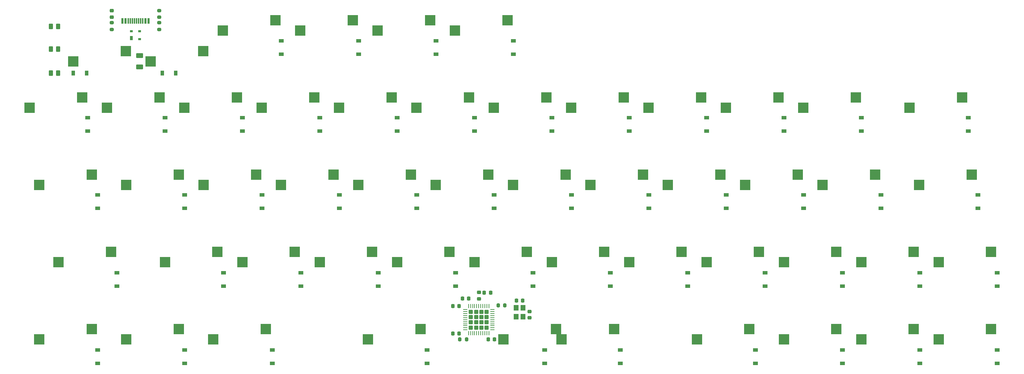
<source format=gbr>
%TF.GenerationSoftware,KiCad,Pcbnew,(6.0.0)*%
%TF.CreationDate,2022-02-04T02:04:47-08:00*%
%TF.ProjectId,Memoria,4d656d6f-7269-4612-9e6b-696361645f70,rev?*%
%TF.SameCoordinates,Original*%
%TF.FileFunction,Paste,Bot*%
%TF.FilePolarity,Positive*%
%FSLAX46Y46*%
G04 Gerber Fmt 4.6, Leading zero omitted, Abs format (unit mm)*
G04 Created by KiCad (PCBNEW (6.0.0)) date 2022-02-04 02:04:47*
%MOMM*%
%LPD*%
G01*
G04 APERTURE LIST*
G04 Aperture macros list*
%AMRoundRect*
0 Rectangle with rounded corners*
0 $1 Rounding radius*
0 $2 $3 $4 $5 $6 $7 $8 $9 X,Y pos of 4 corners*
0 Add a 4 corners polygon primitive as box body*
4,1,4,$2,$3,$4,$5,$6,$7,$8,$9,$2,$3,0*
0 Add four circle primitives for the rounded corners*
1,1,$1+$1,$2,$3*
1,1,$1+$1,$4,$5*
1,1,$1+$1,$6,$7*
1,1,$1+$1,$8,$9*
0 Add four rect primitives between the rounded corners*
20,1,$1+$1,$2,$3,$4,$5,0*
20,1,$1+$1,$4,$5,$6,$7,0*
20,1,$1+$1,$6,$7,$8,$9,0*
20,1,$1+$1,$8,$9,$2,$3,0*%
G04 Aperture macros list end*
%ADD10R,2.550000X2.500000*%
%ADD11R,1.200000X0.900000*%
%ADD12R,0.900000X1.200000*%
%ADD13RoundRect,0.225000X-0.250000X0.225000X-0.250000X-0.225000X0.250000X-0.225000X0.250000X0.225000X0*%
%ADD14RoundRect,0.200000X-0.275000X0.200000X-0.275000X-0.200000X0.275000X-0.200000X0.275000X0.200000X0*%
%ADD15R,1.200000X1.400000*%
%ADD16RoundRect,0.225000X-0.225000X-0.250000X0.225000X-0.250000X0.225000X0.250000X-0.225000X0.250000X0*%
%ADD17RoundRect,0.200000X0.275000X-0.200000X0.275000X0.200000X-0.275000X0.200000X-0.275000X-0.200000X0*%
%ADD18RoundRect,0.250000X-0.262500X-0.450000X0.262500X-0.450000X0.262500X0.450000X-0.262500X0.450000X0*%
%ADD19RoundRect,0.225000X0.225000X0.250000X-0.225000X0.250000X-0.225000X-0.250000X0.225000X-0.250000X0*%
%ADD20R,0.600000X1.450000*%
%ADD21R,0.300000X1.450000*%
%ADD22RoundRect,0.250000X-0.275000X0.275000X-0.275000X-0.275000X0.275000X-0.275000X0.275000X0.275000X0*%
%ADD23RoundRect,0.062500X-0.062500X0.475000X-0.062500X-0.475000X0.062500X-0.475000X0.062500X0.475000X0*%
%ADD24RoundRect,0.062500X-0.475000X0.062500X-0.475000X-0.062500X0.475000X-0.062500X0.475000X0.062500X0*%
%ADD25RoundRect,0.200000X0.200000X0.275000X-0.200000X0.275000X-0.200000X-0.275000X0.200000X-0.275000X0*%
%ADD26RoundRect,0.200000X-0.200000X-0.275000X0.200000X-0.275000X0.200000X0.275000X-0.200000X0.275000X0*%
%ADD27R,0.700000X1.000000*%
%ADD28R,0.700000X0.600000*%
%ADD29RoundRect,0.250000X-0.625000X0.375000X-0.625000X-0.375000X0.625000X-0.375000X0.625000X0.375000X0*%
G04 APERTURE END LIST*
D10*
%TO.C,MX3-3*%
X97690000Y-92710000D03*
X110617000Y-90170000D03*
%TD*%
%TO.C,MX3-10*%
X231040000Y-92710000D03*
X243967000Y-90170000D03*
%TD*%
%TO.C,MX3-11*%
X250090000Y-92710000D03*
X263017000Y-90170000D03*
%TD*%
%TO.C,MX2-0*%
X28633750Y-73660000D03*
X41560750Y-71120000D03*
%TD*%
%TO.C,MX4-2*%
X71496250Y-111760000D03*
X84423250Y-109220000D03*
%TD*%
%TO.C,MX1-10*%
X216752500Y-54610000D03*
X229679500Y-52070000D03*
%TD*%
%TO.C,MX3-8*%
X192940000Y-92710000D03*
X205867000Y-90170000D03*
%TD*%
%TO.C,MX1-6*%
X140552500Y-54610000D03*
X153479500Y-52070000D03*
%TD*%
%TO.C,MX2-6*%
X145315000Y-73660000D03*
X158242000Y-71120000D03*
%TD*%
%TO.C,MX0-4*%
X111977500Y-35560000D03*
X124904500Y-33020000D03*
%TD*%
%TO.C,MX0-3*%
X92927500Y-35560000D03*
X105854500Y-33020000D03*
%TD*%
%TO.C,MX3-4*%
X116740000Y-92710000D03*
X129667000Y-90170000D03*
%TD*%
%TO.C,MX0-0*%
X49947500Y-40640000D03*
X37020500Y-43180000D03*
%TD*%
%TO.C,MX2-8*%
X183415000Y-73660000D03*
X196342000Y-71120000D03*
%TD*%
%TO.C,MX2-10*%
X221515000Y-73660000D03*
X234442000Y-71120000D03*
%TD*%
%TO.C,MX0-5*%
X131027500Y-35560000D03*
X143954500Y-33020000D03*
%TD*%
%TO.C,MX0-1*%
X68997500Y-40640000D03*
X56070500Y-43180000D03*
%TD*%
%TO.C,MX2-2*%
X69115000Y-73660000D03*
X82042000Y-71120000D03*
%TD*%
%TO.C,MX1-8*%
X178652500Y-54610000D03*
X191579500Y-52070000D03*
%TD*%
%TO.C,MX3-7*%
X173890000Y-92710000D03*
X186817000Y-90170000D03*
%TD*%
%TO.C,MX3-0*%
X33396250Y-92710000D03*
X46323250Y-90170000D03*
%TD*%
%TO.C,MX2-1*%
X50065000Y-73660000D03*
X62992000Y-71120000D03*
%TD*%
%TO.C,MX1-2*%
X64352500Y-54610000D03*
X77279500Y-52070000D03*
%TD*%
%TO.C,MX2-3*%
X88165000Y-73660000D03*
X101092000Y-71120000D03*
%TD*%
%TO.C,MX4-11*%
X250090000Y-111760000D03*
X263017000Y-109220000D03*
%TD*%
%TO.C,MX2-7*%
X164365000Y-73660000D03*
X177292000Y-71120000D03*
%TD*%
%TO.C,MX1-1*%
X45302500Y-54610000D03*
X58229500Y-52070000D03*
%TD*%
%TO.C,MX3-1*%
X59590000Y-92710000D03*
X72517000Y-90170000D03*
%TD*%
%TO.C,MX1-0*%
X26252500Y-54610000D03*
X39179500Y-52070000D03*
%TD*%
%TO.C,MX3-9*%
X211990000Y-92710000D03*
X224917000Y-90170000D03*
%TD*%
%TO.C,MX2-9*%
X202465000Y-73660000D03*
X215392000Y-71120000D03*
%TD*%
%TO.C,MX3-6*%
X154840000Y-92710000D03*
X167767000Y-90170000D03*
%TD*%
%TO.C,MX2-4*%
X107215000Y-73660000D03*
X120142000Y-71120000D03*
%TD*%
%TO.C,MX3-5*%
X135790000Y-92710000D03*
X148717000Y-90170000D03*
%TD*%
%TO.C,MX1-9*%
X197702500Y-54610000D03*
X210629500Y-52070000D03*
%TD*%
%TO.C,MX1-4*%
X102452500Y-54610000D03*
X115379500Y-52070000D03*
%TD*%
%TO.C,MX1-5*%
X121502500Y-54610000D03*
X134429500Y-52070000D03*
%TD*%
%TO.C,MX1-11*%
X242946250Y-54610000D03*
X255873250Y-52070000D03*
%TD*%
%TO.C,MX4-10*%
X231040000Y-111760000D03*
X243967000Y-109220000D03*
%TD*%
%TO.C,MX4-0*%
X28633750Y-111760000D03*
X41560750Y-109220000D03*
%TD*%
%TO.C,MX4-1*%
X50065000Y-111760000D03*
X62992000Y-109220000D03*
%TD*%
%TO.C,MX4-9*%
X211990000Y-111760000D03*
X224917000Y-109220000D03*
%TD*%
%TO.C,MX4-6+Minisub1*%
X157221250Y-111760000D03*
X170148250Y-109220000D03*
%TD*%
%TO.C,MX0-2*%
X73877500Y-35560000D03*
X86804500Y-33020000D03*
%TD*%
%TO.C,MX2-5*%
X126265000Y-73660000D03*
X139192000Y-71120000D03*
%TD*%
%TO.C,MX3-2*%
X78640000Y-92710000D03*
X91567000Y-90170000D03*
%TD*%
%TO.C,MX2-11*%
X245327500Y-73660000D03*
X258254500Y-71120000D03*
%TD*%
%TO.C,MX4-4+Minisub1*%
X109596250Y-111760000D03*
X122523250Y-109220000D03*
%TD*%
%TO.C,MX4-8+Minisub1*%
X190558750Y-111760000D03*
X203485750Y-109220000D03*
%TD*%
%TO.C,MX1-3*%
X83402500Y-54610000D03*
X96329500Y-52070000D03*
%TD*%
%TO.C,MX4-5+Jetvan1*%
X142933750Y-111760000D03*
X155860750Y-109220000D03*
%TD*%
%TO.C,MX1-7*%
X159602500Y-54610000D03*
X172529500Y-52070000D03*
%TD*%
D11*
%TO.C,D2-6*%
X159650000Y-79450000D03*
X159650000Y-76150000D03*
%TD*%
D12*
%TO.C,D0-0*%
X40320000Y-46101000D03*
X37020000Y-46101000D03*
%TD*%
D11*
%TO.C,D4-5*%
X153125000Y-117700000D03*
X153125000Y-114400000D03*
%TD*%
%TO.C,D3-0*%
X47800000Y-98650000D03*
X47800000Y-95350000D03*
%TD*%
%TO.C,D2-4*%
X121550000Y-79450000D03*
X121550000Y-76150000D03*
%TD*%
%TO.C,D3-9*%
X226400000Y-98650000D03*
X226400000Y-95350000D03*
%TD*%
D13*
%TO.C,C8*%
X149350000Y-106475000D03*
X149350000Y-104925000D03*
%TD*%
D11*
%TO.C,D3-7*%
X188300000Y-98650000D03*
X188300000Y-95350000D03*
%TD*%
D14*
%TO.C,R5*%
X58150000Y-30675000D03*
X58150000Y-32325000D03*
%TD*%
D11*
%TO.C,D3-10*%
X245450000Y-98650000D03*
X245450000Y-95350000D03*
%TD*%
%TO.C,D2-2*%
X83450000Y-79450000D03*
X83450000Y-76150000D03*
%TD*%
%TO.C,D1-5*%
X135850000Y-60400000D03*
X135850000Y-57100000D03*
%TD*%
%TO.C,D4-4*%
X124100000Y-117700000D03*
X124100000Y-114400000D03*
%TD*%
%TO.C,D4-6*%
X171750000Y-117700000D03*
X171750000Y-114400000D03*
%TD*%
D15*
%TO.C,Y1*%
X146075000Y-106174450D03*
X146075000Y-103974450D03*
X147775000Y-103974450D03*
X147775000Y-106174450D03*
%TD*%
D11*
%TO.C,D4-10*%
X245450000Y-117700000D03*
X245450000Y-114400000D03*
%TD*%
D13*
%TO.C,C7*%
X46500000Y-30725000D03*
X46500000Y-32275000D03*
%TD*%
D11*
%TO.C,D2-10*%
X235850000Y-79450000D03*
X235850000Y-76150000D03*
%TD*%
D13*
%TO.C,C1*%
X136912500Y-100225000D03*
X136912500Y-101775000D03*
%TD*%
D11*
%TO.C,D4-9*%
X226400000Y-117700000D03*
X226400000Y-114400000D03*
%TD*%
%TO.C,D4-8*%
X205000000Y-117700000D03*
X205000000Y-114400000D03*
%TD*%
%TO.C,D3-11*%
X264500000Y-98650000D03*
X264500000Y-95350000D03*
%TD*%
%TO.C,D1-1*%
X59650000Y-60400000D03*
X59650000Y-57100000D03*
%TD*%
%TO.C,D2-3*%
X102500000Y-79450000D03*
X102500000Y-76150000D03*
%TD*%
%TO.C,D2-9*%
X216800000Y-79450000D03*
X216800000Y-76150000D03*
%TD*%
%TO.C,D1-8*%
X193000000Y-60400000D03*
X193000000Y-57100000D03*
%TD*%
%TO.C,D3-5*%
X150200000Y-98650000D03*
X150200000Y-95350000D03*
%TD*%
%TO.C,D1-6*%
X154900000Y-60400000D03*
X154900000Y-57100000D03*
%TD*%
D16*
%TO.C,C4*%
X139175000Y-111800000D03*
X140725000Y-111800000D03*
%TD*%
D11*
%TO.C,D4-0*%
X43000000Y-117700000D03*
X43000000Y-114400000D03*
%TD*%
%TO.C,D1-10*%
X231100000Y-60400000D03*
X231100000Y-57100000D03*
%TD*%
D17*
%TO.C,R2*%
X46500000Y-35325000D03*
X46500000Y-33675000D03*
%TD*%
D11*
%TO.C,D1-3*%
X97750000Y-60400000D03*
X97750000Y-57100000D03*
%TD*%
%TO.C,D1-7*%
X173950000Y-60400000D03*
X173950000Y-57100000D03*
%TD*%
%TO.C,D2-7*%
X178700000Y-79450000D03*
X178700000Y-76150000D03*
%TD*%
%TO.C,D2-0*%
X43000000Y-79450000D03*
X43000000Y-76150000D03*
%TD*%
%TO.C,D3-3*%
X112100000Y-98650000D03*
X112100000Y-95350000D03*
%TD*%
%TO.C,D3-1*%
X74000000Y-98650000D03*
X74000000Y-95350000D03*
%TD*%
D18*
%TO.C,R11*%
X31472500Y-34544000D03*
X33297500Y-34544000D03*
%TD*%
D11*
%TO.C,D4-11*%
X264500000Y-117700000D03*
X264500000Y-114400000D03*
%TD*%
%TO.C,D0-3*%
X107250000Y-41400000D03*
X107250000Y-38100000D03*
%TD*%
%TO.C,D2-1*%
X64400000Y-79450000D03*
X64400000Y-76150000D03*
%TD*%
D12*
%TO.C,D0-1*%
X58940000Y-46100000D03*
X62240000Y-46100000D03*
%TD*%
D11*
%TO.C,D0-5*%
X145350000Y-41400000D03*
X145350000Y-38100000D03*
%TD*%
D18*
%TO.C,R13*%
X31472500Y-46101000D03*
X33297500Y-46101000D03*
%TD*%
D11*
%TO.C,D3-2*%
X93050000Y-98650000D03*
X93050000Y-95350000D03*
%TD*%
%TO.C,D1-9*%
X212050000Y-60400000D03*
X212050000Y-57100000D03*
%TD*%
D19*
%TO.C,C5*%
X132025000Y-103550000D03*
X130475000Y-103550000D03*
%TD*%
D20*
%TO.C,USB1*%
X49099000Y-33222000D03*
X49874000Y-33222000D03*
D21*
X50574000Y-33222000D03*
X51074000Y-33222000D03*
X51574000Y-33222000D03*
X52074000Y-33222000D03*
X52574000Y-33222000D03*
X53074000Y-33222000D03*
X53574000Y-33222000D03*
X54074000Y-33222000D03*
D20*
X54774000Y-33222000D03*
X55549000Y-33222000D03*
%TD*%
D11*
%TO.C,D1-11*%
X257412500Y-60400000D03*
X257412500Y-57100000D03*
%TD*%
%TO.C,D1-0*%
X40600000Y-60400000D03*
X40600000Y-57100000D03*
%TD*%
D19*
%TO.C,C6*%
X134375000Y-101700000D03*
X132825000Y-101700000D03*
%TD*%
D22*
%TO.C,U2*%
X137500000Y-105000000D03*
X138800000Y-106300000D03*
X138800000Y-108900000D03*
X138800000Y-107600000D03*
X136200000Y-106300000D03*
X138800000Y-105000000D03*
X137500000Y-107600000D03*
X136200000Y-108900000D03*
X137500000Y-108900000D03*
X136200000Y-107600000D03*
X134900000Y-106300000D03*
X134900000Y-105000000D03*
X136200000Y-105000000D03*
X134900000Y-108900000D03*
X137500000Y-106300000D03*
X134900000Y-107600000D03*
D23*
X134350000Y-103612500D03*
X134850000Y-103612500D03*
X135350000Y-103612500D03*
X135850000Y-103612500D03*
X136350000Y-103612500D03*
X136850000Y-103612500D03*
X137350000Y-103612500D03*
X137850000Y-103612500D03*
X138350000Y-103612500D03*
X138850000Y-103612500D03*
X139350000Y-103612500D03*
D24*
X140187500Y-104450000D03*
X140187500Y-104950000D03*
X140187500Y-105450000D03*
X140187500Y-105950000D03*
X140187500Y-106450000D03*
X140187500Y-106950000D03*
X140187500Y-107450000D03*
X140187500Y-107950000D03*
X140187500Y-108450000D03*
X140187500Y-108950000D03*
X140187500Y-109450000D03*
D23*
X139350000Y-110287500D03*
X138850000Y-110287500D03*
X138350000Y-110287500D03*
X137850000Y-110287500D03*
X137350000Y-110287500D03*
X136850000Y-110287500D03*
X136350000Y-110287500D03*
X135850000Y-110287500D03*
X135350000Y-110287500D03*
X134850000Y-110287500D03*
X134350000Y-110287500D03*
D24*
X133512500Y-109450000D03*
X133512500Y-108950000D03*
X133512500Y-108450000D03*
X133512500Y-107950000D03*
X133512500Y-107450000D03*
X133512500Y-106950000D03*
X133512500Y-106450000D03*
X133512500Y-105950000D03*
X133512500Y-105450000D03*
X133512500Y-104950000D03*
X133512500Y-104450000D03*
%TD*%
D11*
%TO.C,D1-4*%
X116800000Y-60400000D03*
X116800000Y-57100000D03*
%TD*%
D17*
%TO.C,R3*%
X58150000Y-35325000D03*
X58150000Y-33675000D03*
%TD*%
D25*
%TO.C,R1*%
X143275000Y-103400000D03*
X141625000Y-103400000D03*
%TD*%
D11*
%TO.C,D2-11*%
X259750000Y-79450000D03*
X259750000Y-76150000D03*
%TD*%
D18*
%TO.C,R12*%
X31472500Y-40132000D03*
X33297500Y-40132000D03*
%TD*%
D11*
%TO.C,D2-8*%
X197750000Y-79450000D03*
X197750000Y-76150000D03*
%TD*%
D19*
%TO.C,C3*%
X132025000Y-110350000D03*
X130475000Y-110350000D03*
%TD*%
D11*
%TO.C,D4-1*%
X64400000Y-117700000D03*
X64400000Y-114400000D03*
%TD*%
%TO.C,D2-5*%
X140600000Y-79450000D03*
X140600000Y-76150000D03*
%TD*%
D26*
%TO.C,R4*%
X132175000Y-111810000D03*
X133825000Y-111810000D03*
%TD*%
D11*
%TO.C,D4-2*%
X86000000Y-117700000D03*
X86000000Y-114400000D03*
%TD*%
%TO.C,D0-2*%
X88250000Y-41400000D03*
X88250000Y-38100000D03*
%TD*%
D16*
%TO.C,C9*%
X146150000Y-102250000D03*
X147700000Y-102250000D03*
%TD*%
D11*
%TO.C,D3-6*%
X169250000Y-98650000D03*
X169250000Y-95350000D03*
%TD*%
D19*
%TO.C,C2*%
X139775000Y-100250000D03*
X138225000Y-100250000D03*
%TD*%
D11*
%TO.C,D3-4*%
X131150000Y-98650000D03*
X131150000Y-95350000D03*
%TD*%
%TO.C,D1-2*%
X78700000Y-60400000D03*
X78700000Y-57100000D03*
%TD*%
D27*
%TO.C,U1*%
X51324000Y-37500000D03*
D28*
X51324000Y-35800000D03*
X53324000Y-35800000D03*
X53324000Y-37700000D03*
%TD*%
D11*
%TO.C,D0-4*%
X126300000Y-41400000D03*
X126300000Y-38100000D03*
%TD*%
D29*
%TO.C,F1*%
X53324000Y-41780000D03*
X53324000Y-44580000D03*
%TD*%
D11*
%TO.C,D3-8*%
X207350000Y-98650000D03*
X207350000Y-95350000D03*
%TD*%
M02*

</source>
